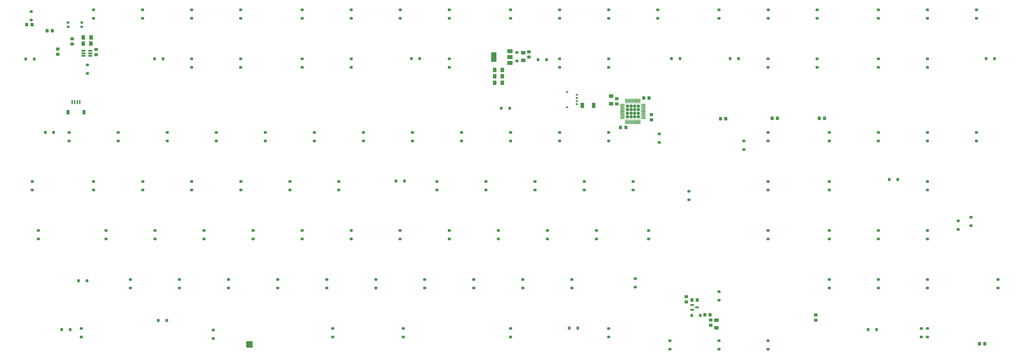
<source format=gbr>
G04 #@! TF.GenerationSoftware,KiCad,Pcbnew,7.0.1*
G04 #@! TF.CreationDate,2023-04-05T01:47:31-04:00*
G04 #@! TF.ProjectId,Boston-keyboard-V081DHA,426f7374-6f6e-42d6-9b65-79626f617264,rev?*
G04 #@! TF.SameCoordinates,Original*
G04 #@! TF.FileFunction,Paste,Bot*
G04 #@! TF.FilePolarity,Positive*
%FSLAX46Y46*%
G04 Gerber Fmt 4.6, Leading zero omitted, Abs format (unit mm)*
G04 Created by KiCad (PCBNEW 7.0.1) date 2023-04-05 01:47:31*
%MOMM*%
%LPD*%
G01*
G04 APERTURE LIST*
G04 Aperture macros list*
%AMRoundRect*
0 Rectangle with rounded corners*
0 $1 Rounding radius*
0 $2 $3 $4 $5 $6 $7 $8 $9 X,Y pos of 4 corners*
0 Add a 4 corners polygon primitive as box body*
4,1,4,$2,$3,$4,$5,$6,$7,$8,$9,$2,$3,0*
0 Add four circle primitives for the rounded corners*
1,1,$1+$1,$2,$3*
1,1,$1+$1,$4,$5*
1,1,$1+$1,$6,$7*
1,1,$1+$1,$8,$9*
0 Add four rect primitives between the rounded corners*
20,1,$1+$1,$2,$3,$4,$5,0*
20,1,$1+$1,$4,$5,$6,$7,0*
20,1,$1+$1,$6,$7,$8,$9,0*
20,1,$1+$1,$8,$9,$2,$3,0*%
%AMFreePoly0*
4,1,28,0.525059,0.400000,0.532182,0.397024,0.539142,0.394142,0.539153,0.394113,0.539183,0.394101,0.542090,0.387022,0.545000,0.380000,0.545000,-0.380000,0.539142,-0.394142,0.525000,-0.400000,-0.650000,-0.400000,-0.664142,-0.394142,-0.670000,-0.380000,-0.664142,-0.365858,-0.650000,-0.360000,-0.645403,-0.360000,-0.649771,-0.349394,-0.646861,-0.337380,-0.596034,-0.254811,-0.509604,-0.081220,
-0.439105,0.099429,-0.385107,0.285677,-0.366569,0.380847,-0.365754,0.382315,-0.365871,0.382599,-0.359972,0.396724,-0.345813,0.402541,0.525059,0.400000,0.525059,0.400000,$1*%
%AMFreePoly1*
4,1,27,0.539142,0.394142,0.545000,0.380000,0.545000,-0.380000,0.542090,-0.387022,0.539183,-0.394101,0.539153,-0.394113,0.539142,-0.394142,0.532182,-0.397024,0.525059,-0.400000,-0.345813,-0.402541,-0.359972,-0.396724,-0.365871,-0.382599,-0.360054,-0.368440,-0.356003,-0.366748,-0.366375,-0.362091,-0.372521,-0.351367,-0.392501,-0.256009,-0.449448,-0.069660,-0.522971,0.110794,-0.612470,0.283880,
-0.664821,0.366049,-0.665820,0.369911,-0.670000,0.380000,-0.664142,0.394142,-0.650000,0.400000,0.525000,0.400000,0.539142,0.394142,0.539142,0.394142,$1*%
%AMFreePoly2*
4,1,31,0.319736,0.407785,0.429772,0.357533,0.521194,0.278316,0.586594,0.176551,0.620674,0.060484,0.620674,-0.060484,0.586594,-0.176551,0.521194,-0.278316,0.429772,-0.357533,0.319736,-0.407785,0.199999,-0.425000,-0.575001,-0.424979,-0.592678,-0.417657,-0.600000,-0.399978,-0.592678,-0.382301,-0.590938,-0.381580,-0.588854,-0.372453,-0.535362,-0.282963,-0.445108,-0.094990,-0.372348,0.100422,
-0.317686,0.301647,-0.299623,0.404329,-0.293189,0.416443,-0.292678,0.417678,-0.292493,0.417754,-0.292376,0.417975,-0.278492,0.424755,-0.276455,0.424396,-0.275000,0.425000,0.200000,0.425000,0.319736,0.407785,0.319736,0.407785,$1*%
G04 Aperture macros list end*
%ADD10RoundRect,0.250000X-0.350000X0.250000X-0.350000X-0.250000X0.350000X-0.250000X0.350000X0.250000X0*%
%ADD11RoundRect,0.250001X0.624999X-0.462499X0.624999X0.462499X-0.624999X0.462499X-0.624999X-0.462499X0*%
%ADD12RoundRect,0.250000X0.250000X0.350000X-0.250000X0.350000X-0.250000X-0.350000X0.250000X-0.350000X0*%
%ADD13RoundRect,0.250001X-0.462499X-0.624999X0.462499X-0.624999X0.462499X0.624999X-0.462499X0.624999X0*%
%ADD14R,2.000000X1.500000*%
%ADD15R,2.000000X3.800000*%
%ADD16RoundRect,0.250000X-0.450000X0.325000X-0.450000X-0.325000X0.450000X-0.325000X0.450000X0.325000X0*%
%ADD17RoundRect,0.250000X0.350000X0.450000X-0.350000X0.450000X-0.350000X-0.450000X0.350000X-0.450000X0*%
%ADD18RoundRect,0.150000X0.275000X-0.150000X0.275000X0.150000X-0.275000X0.150000X-0.275000X-0.150000X0*%
%ADD19RoundRect,0.175000X0.225000X-0.175000X0.225000X0.175000X-0.225000X0.175000X-0.225000X-0.175000X0*%
%ADD20R,1.400000X2.100000*%
%ADD21RoundRect,0.250000X-0.450000X0.350000X-0.450000X-0.350000X0.450000X-0.350000X0.450000X0.350000X0*%
%ADD22RoundRect,0.250001X-0.624999X0.462499X-0.624999X-0.462499X0.624999X-0.462499X0.624999X0.462499X0*%
%ADD23RoundRect,0.254000X1.016000X1.016000X-1.016000X1.016000X-1.016000X-1.016000X1.016000X-1.016000X0*%
%ADD24RoundRect,0.250000X0.450000X-0.325000X0.450000X0.325000X-0.450000X0.325000X-0.450000X-0.325000X0*%
%ADD25RoundRect,0.075000X0.662500X0.075000X-0.662500X0.075000X-0.662500X-0.075000X0.662500X-0.075000X0*%
%ADD26RoundRect,0.075000X0.075000X0.662500X-0.075000X0.662500X-0.075000X-0.662500X0.075000X-0.662500X0*%
%ADD27RoundRect,0.250000X0.325000X0.450000X-0.325000X0.450000X-0.325000X-0.450000X0.325000X-0.450000X0*%
%ADD28RoundRect,0.250000X-0.325000X-0.450000X0.325000X-0.450000X0.325000X0.450000X-0.325000X0.450000X0*%
%ADD29R,1.560000X0.650000*%
%ADD30R,0.600000X1.550000*%
%ADD31R,1.200000X1.800000*%
%ADD32RoundRect,0.250000X0.350000X-0.250000X0.350000X0.250000X-0.350000X0.250000X-0.350000X-0.250000X0*%
%ADD33RoundRect,0.250000X0.315000X0.315000X-0.315000X0.315000X-0.315000X-0.315000X0.315000X-0.315000X0*%
%ADD34RoundRect,0.062500X0.375000X0.062500X-0.375000X0.062500X-0.375000X-0.062500X0.375000X-0.062500X0*%
%ADD35RoundRect,0.062500X0.062500X0.375000X-0.062500X0.375000X-0.062500X-0.375000X0.062500X-0.375000X0*%
%ADD36FreePoly0,180.000000*%
%ADD37FreePoly1,180.000000*%
%ADD38FreePoly2,0.000000*%
%ADD39FreePoly1,0.000000*%
%ADD40RoundRect,0.150000X-0.587500X-0.150000X0.587500X-0.150000X0.587500X0.150000X-0.587500X0.150000X0*%
G04 APERTURE END LIST*
D10*
X124340625Y-97256250D03*
X124340625Y-100556250D03*
D11*
X253100000Y-50212500D03*
X253100000Y-47237500D03*
D10*
X238640625Y-97256250D03*
X238640625Y-100556250D03*
D12*
X262150000Y-49925000D03*
X258850000Y-49925000D03*
D13*
X242012500Y-53925000D03*
X244987500Y-53925000D03*
D10*
X286265625Y-49631250D03*
X286265625Y-52931250D03*
X224353125Y-49631250D03*
X224353125Y-52931250D03*
D14*
X247950000Y-46625000D03*
X247950000Y-48925000D03*
D15*
X241650000Y-48925000D03*
D14*
X247950000Y-51225000D03*
D10*
X276778750Y-97256250D03*
X276778750Y-100556250D03*
X348178125Y-78206250D03*
X348178125Y-81506250D03*
D13*
X242012500Y-58925000D03*
X244987500Y-58925000D03*
D12*
X63150000Y-49725000D03*
X59850000Y-49725000D03*
D16*
X87200000Y-46000000D03*
X87200000Y-48050000D03*
D10*
X348216250Y-30581250D03*
X348216250Y-33881250D03*
X76715625Y-78206250D03*
X76715625Y-81506250D03*
X114853750Y-78206250D03*
X114853750Y-81506250D03*
D12*
X212906372Y-49495305D03*
X209606372Y-49495305D03*
D13*
X82262500Y-41325000D03*
X85237500Y-41325000D03*
D10*
X243403125Y-116306250D03*
X243403125Y-119606250D03*
X407709375Y-154406250D03*
X407709375Y-157706250D03*
X329128125Y-30581250D03*
X329128125Y-33881250D03*
X172003750Y-78206250D03*
X172003750Y-81506250D03*
X219590625Y-97256250D03*
X219590625Y-100556250D03*
D12*
X70750000Y-78225000D03*
X67450000Y-78225000D03*
D10*
X167241250Y-116306250D03*
X167241250Y-119606250D03*
X296600000Y-135075000D03*
X296600000Y-138375000D03*
X410090625Y-97256250D03*
X410090625Y-100556250D03*
D16*
X289400000Y-65139069D03*
X289400000Y-67189069D03*
D10*
X61975000Y-31275000D03*
X61975000Y-34575000D03*
X367228125Y-30581250D03*
X367228125Y-33881250D03*
X143390625Y-30581250D03*
X143390625Y-33881250D03*
D16*
X366700000Y-149200000D03*
X366700000Y-151250000D03*
D10*
X437475000Y-135356250D03*
X437475000Y-138656250D03*
X205341250Y-30581250D03*
X205341250Y-33881250D03*
X317460000Y-101066250D03*
X317460000Y-104366250D03*
X124340625Y-49631250D03*
X124340625Y-52931250D03*
D16*
X77900000Y-41800000D03*
X77900000Y-43850000D03*
D10*
X81478125Y-154406250D03*
X81478125Y-157706250D03*
D17*
X351800000Y-72725000D03*
X349800000Y-72725000D03*
D18*
X273875000Y-67225000D03*
X273875000Y-66025000D03*
X273875000Y-64825000D03*
X273875000Y-63625000D03*
D19*
X270100000Y-68375000D03*
X270100000Y-62475000D03*
D20*
X280400000Y-67725000D03*
X276000000Y-67725000D03*
D10*
X64809375Y-116306250D03*
X64809375Y-119606250D03*
X348178125Y-159168750D03*
X348178125Y-162468750D03*
X124340625Y-30581250D03*
X124340625Y-33881250D03*
D21*
X255300000Y-46925000D03*
X255300000Y-48925000D03*
D10*
X91003125Y-116306250D03*
X91003125Y-119606250D03*
X301743948Y-116306300D03*
X301743948Y-119606300D03*
X119578125Y-135356250D03*
X119578125Y-138656250D03*
X295790625Y-97256250D03*
X295790625Y-100556250D03*
X83859375Y-52012500D03*
X83859375Y-55312500D03*
X329128125Y-140118750D03*
X329128125Y-143418750D03*
D22*
X328100000Y-151237500D03*
X328100000Y-154212500D03*
D10*
X348178125Y-116306250D03*
X348178125Y-119606250D03*
D12*
X436148747Y-49495305D03*
X432848747Y-49495305D03*
D23*
X146740250Y-160660000D03*
D10*
X305911139Y-78801581D03*
X305911139Y-82101581D03*
X129103125Y-116306250D03*
X129103125Y-119606250D03*
D24*
X302900000Y-73350000D03*
X302900000Y-71300000D03*
D10*
X329128125Y-159168750D03*
X329128125Y-162468750D03*
X371990625Y-97256250D03*
X371990625Y-100556250D03*
X338800000Y-81550000D03*
X338800000Y-84850000D03*
X176766250Y-135356250D03*
X176766250Y-138656250D03*
X248165625Y-78206250D03*
X248165625Y-81506250D03*
X138628125Y-135356250D03*
X138628125Y-138656250D03*
D22*
X287200000Y-64081256D03*
X287200000Y-67056256D03*
D10*
X371990625Y-135356250D03*
X371990625Y-138656250D03*
X305315625Y-30581250D03*
X305315625Y-33881250D03*
X391040625Y-49631250D03*
X391040625Y-52931250D03*
X281503125Y-116306250D03*
X281503125Y-119606250D03*
X286265625Y-78206250D03*
X286265625Y-81506250D03*
X210065625Y-78206250D03*
X210065625Y-81506250D03*
X348178125Y-49631250D03*
X348178125Y-52931250D03*
D12*
X274223611Y-154270393D03*
X270923611Y-154270393D03*
D10*
X224391250Y-30581250D03*
X224391250Y-33881250D03*
X257690625Y-97256250D03*
X257690625Y-100556250D03*
X186253125Y-116306250D03*
X186253125Y-119606250D03*
X186253125Y-49631250D03*
X186253125Y-52931250D03*
X391040625Y-116306250D03*
X391040625Y-119606250D03*
X214828125Y-135396875D03*
X214828125Y-138696875D03*
D13*
X242012500Y-56425000D03*
X244987500Y-56425000D03*
D10*
X348178125Y-97256250D03*
X348178125Y-100556250D03*
X391040625Y-78206250D03*
X391040625Y-81506250D03*
X429140625Y-30581250D03*
X429140625Y-33881250D03*
X195816250Y-135356250D03*
X195816250Y-138656250D03*
X286265625Y-154406250D03*
X286265625Y-157706250D03*
X410090625Y-30581250D03*
X410090625Y-33881250D03*
X410090625Y-154406250D03*
X410090625Y-157706250D03*
D12*
X390309375Y-154865625D03*
X387009375Y-154865625D03*
D10*
X167203125Y-30581250D03*
X167203125Y-33881250D03*
D25*
X299813125Y-67316875D03*
X299813125Y-67816875D03*
X299813125Y-68316875D03*
X299813125Y-68816875D03*
X299813125Y-69316875D03*
X299813125Y-69816875D03*
X299813125Y-70316875D03*
X299813125Y-70816875D03*
X299813125Y-71316875D03*
X299813125Y-71816875D03*
X299813125Y-72316875D03*
X299813125Y-72816875D03*
D26*
X298400625Y-74229375D03*
X297900625Y-74229375D03*
X297400625Y-74229375D03*
X296900625Y-74229375D03*
X296400625Y-74229375D03*
X295900625Y-74229375D03*
X295400625Y-74229375D03*
X294900625Y-74229375D03*
X294400625Y-74229375D03*
X293900625Y-74229375D03*
X293400625Y-74229375D03*
X292900625Y-74229375D03*
D25*
X291488125Y-72816875D03*
X291488125Y-72316875D03*
X291488125Y-71816875D03*
X291488125Y-71316875D03*
X291488125Y-70816875D03*
X291488125Y-70316875D03*
X291488125Y-69816875D03*
X291488125Y-69316875D03*
X291488125Y-68816875D03*
X291488125Y-68316875D03*
X291488125Y-67816875D03*
X291488125Y-67316875D03*
D26*
X292900625Y-65904375D03*
X293400625Y-65904375D03*
X293900625Y-65904375D03*
X294400625Y-65904375D03*
X294900625Y-65904375D03*
X295400625Y-65904375D03*
X295900625Y-65904375D03*
X296400625Y-65904375D03*
X296900625Y-65904375D03*
X297400625Y-65904375D03*
X297900625Y-65904375D03*
X298400625Y-65904375D03*
D10*
X152953750Y-78206250D03*
X152953750Y-81506250D03*
D12*
X206953242Y-97120345D03*
X203653242Y-97120345D03*
D10*
X233878125Y-135356250D03*
X233878125Y-138656250D03*
X371990625Y-78206250D03*
X371990625Y-81506250D03*
X391040625Y-135356250D03*
X391040625Y-138656250D03*
X186253125Y-30581250D03*
X186253125Y-33881250D03*
D12*
X247850000Y-68825000D03*
X244550000Y-68825000D03*
D10*
X267215625Y-78206250D03*
X267215625Y-81506250D03*
X110053125Y-116306250D03*
X110053125Y-119606250D03*
X100528125Y-135356250D03*
X100528125Y-138656250D03*
D27*
X325625000Y-149125000D03*
X323575000Y-149125000D03*
D10*
X371990625Y-116306250D03*
X371990625Y-119606250D03*
X429140625Y-78206250D03*
X429140625Y-81506250D03*
X229115625Y-78206250D03*
X229115625Y-81506250D03*
D12*
X336750000Y-49525000D03*
X333450000Y-49525000D03*
D10*
X391040625Y-30581250D03*
X391040625Y-33881250D03*
X157716250Y-135356250D03*
X157716250Y-138656250D03*
D12*
X77175000Y-154900000D03*
X73875000Y-154900000D03*
D10*
X62428125Y-97256250D03*
X62428125Y-100556250D03*
D12*
X83650000Y-135900000D03*
X80350000Y-135900000D03*
D10*
X167203125Y-49631250D03*
X167203125Y-52931250D03*
D28*
X290875000Y-76325000D03*
X292925000Y-76325000D03*
D10*
X367228125Y-49631250D03*
X367228125Y-52931250D03*
D24*
X325900000Y-153150000D03*
X325900000Y-151100000D03*
D27*
X301915625Y-64821875D03*
X299865625Y-64821875D03*
D17*
X370100000Y-72725000D03*
X368100000Y-72725000D03*
D29*
X84971250Y-46521250D03*
X84971250Y-47471250D03*
X84971250Y-48421250D03*
X82271250Y-48421250D03*
X82271250Y-47471250D03*
X82271250Y-46521250D03*
D13*
X82237500Y-43725000D03*
X85212500Y-43725000D03*
D10*
X248165625Y-30581250D03*
X248165625Y-33881250D03*
X205266250Y-116306250D03*
X205266250Y-119606250D03*
D12*
X321850000Y-149325000D03*
X318550000Y-149325000D03*
D10*
X179109375Y-154406250D03*
X179109375Y-157706250D03*
D27*
X70225000Y-38725000D03*
X68175000Y-38725000D03*
D10*
X271978125Y-135356250D03*
X271978125Y-138656250D03*
X95765625Y-78206250D03*
X95765625Y-81506250D03*
D30*
X80900000Y-66500000D03*
X79900000Y-66500000D03*
X78900000Y-66500000D03*
X77900000Y-66500000D03*
D31*
X82500000Y-70375000D03*
X76300000Y-70375000D03*
D10*
X191015625Y-78206250D03*
X191015625Y-81506250D03*
X252928125Y-135356250D03*
X252928125Y-138656250D03*
X410090625Y-78206250D03*
X410090625Y-81506250D03*
D12*
X114679727Y-151293828D03*
X111379727Y-151293828D03*
D10*
X206493750Y-154406250D03*
X206493750Y-157706250D03*
D32*
X250600000Y-50475000D03*
X250600000Y-47175000D03*
D10*
X422000000Y-112575000D03*
X422000000Y-115875000D03*
X86240625Y-30581250D03*
X86240625Y-33881250D03*
X162478750Y-97256250D03*
X162478750Y-100556250D03*
X267215625Y-30581250D03*
X267215625Y-33881250D03*
X410090625Y-49631250D03*
X410090625Y-52931250D03*
D27*
X62300000Y-36325000D03*
X60250000Y-36325000D03*
D10*
X224353125Y-116306250D03*
X224353125Y-119606250D03*
D33*
X297750625Y-72166875D03*
X297750625Y-70766875D03*
X297750625Y-69366875D03*
X297750625Y-67966875D03*
X296350625Y-72166875D03*
X296350625Y-70766875D03*
X296350625Y-69366875D03*
X296350625Y-67966875D03*
X294950625Y-72166875D03*
X294950625Y-70766875D03*
X294950625Y-69366875D03*
X294950625Y-67966875D03*
X293550625Y-72166875D03*
X293550625Y-70766875D03*
X293550625Y-69366875D03*
X293550625Y-67966875D03*
D34*
X299088125Y-67316875D03*
X299088125Y-67816875D03*
X299088125Y-68316875D03*
X299088125Y-68816875D03*
X299088125Y-69316875D03*
X299088125Y-69816875D03*
X299088125Y-70316875D03*
X299088125Y-70816875D03*
X299088125Y-71316875D03*
X299088125Y-71816875D03*
X299088125Y-72316875D03*
X299088125Y-72816875D03*
D35*
X298400625Y-73504375D03*
X297900625Y-73504375D03*
X297400625Y-73504375D03*
X296900625Y-73504375D03*
X296400625Y-73504375D03*
X295900625Y-73504375D03*
X295400625Y-73504375D03*
X294900625Y-73504375D03*
X294400625Y-73504375D03*
X293900625Y-73504375D03*
X293400625Y-73504375D03*
X292900625Y-73504375D03*
D34*
X292213125Y-72816875D03*
X292213125Y-72316875D03*
X292213125Y-71816875D03*
X292213125Y-71316875D03*
X292213125Y-70816875D03*
X292213125Y-70316875D03*
X292213125Y-69816875D03*
X292213125Y-69316875D03*
X292213125Y-68816875D03*
X292213125Y-68316875D03*
X292213125Y-67816875D03*
X292213125Y-67316875D03*
D35*
X292900625Y-66629375D03*
X293400625Y-66629375D03*
X293900625Y-66629375D03*
X294400625Y-66629375D03*
X294900625Y-66629375D03*
X295400625Y-66629375D03*
X295900625Y-66629375D03*
X296400625Y-66629375D03*
X296900625Y-66629375D03*
X297400625Y-66629375D03*
X297900625Y-66629375D03*
X298400625Y-66629375D03*
D10*
X132675056Y-155001645D03*
X132675056Y-158301645D03*
X105328750Y-97256250D03*
X105328750Y-100556250D03*
D36*
X76333000Y-35575000D03*
D37*
X76358400Y-37175000D03*
D38*
X81565400Y-37175000D03*
D39*
X81641600Y-35575000D03*
D24*
X316400000Y-144150000D03*
X316400000Y-142100000D03*
D10*
X181490625Y-97256250D03*
X181490625Y-100556250D03*
D16*
X72300000Y-45825000D03*
X72300000Y-47875000D03*
D10*
X267215625Y-49631250D03*
X267215625Y-52931250D03*
X310078125Y-159168750D03*
X310078125Y-162468750D03*
D17*
X331700000Y-72925000D03*
X329700000Y-72925000D03*
D10*
X133903750Y-78206250D03*
X133903750Y-81506250D03*
X86240625Y-97256250D03*
X86240625Y-100556250D03*
D40*
X318662500Y-147175000D03*
X318662500Y-145275000D03*
X320537500Y-146225000D03*
D10*
X148153125Y-116306250D03*
X148153125Y-119606250D03*
D12*
X313973643Y-49495305D03*
X310673643Y-49495305D03*
X113250000Y-49625000D03*
X109950000Y-49625000D03*
D10*
X143428750Y-97256250D03*
X143428750Y-100556250D03*
X262453125Y-116306250D03*
X262453125Y-119606250D03*
X410090625Y-135356250D03*
X410090625Y-138656250D03*
D28*
X430275000Y-160325000D03*
X432325000Y-160325000D03*
X318575000Y-143325000D03*
X320625000Y-143325000D03*
D10*
X248165625Y-154406250D03*
X248165625Y-157706250D03*
X410090625Y-116306250D03*
X410090625Y-119606250D03*
X427000000Y-111150000D03*
X427000000Y-114450000D03*
D12*
X398508089Y-96525032D03*
X395208089Y-96525032D03*
D10*
X286303750Y-30581250D03*
X286303750Y-33881250D03*
X143390625Y-49631250D03*
X143390625Y-52931250D03*
X105290625Y-30581250D03*
X105290625Y-33881250D03*
M02*

</source>
